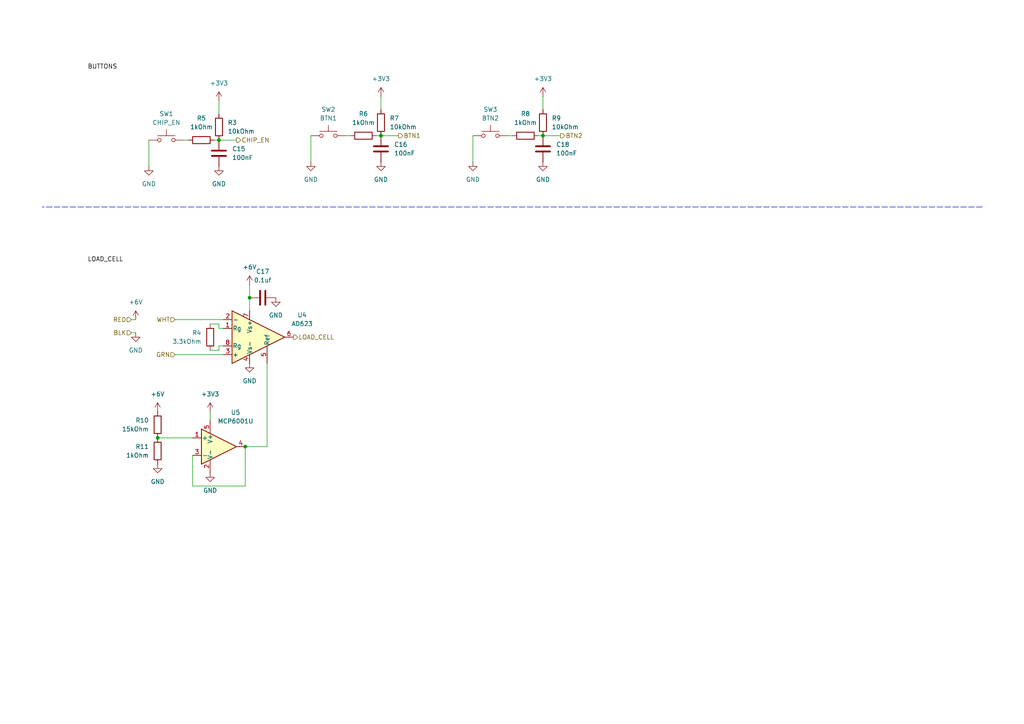
<source format=kicad_sch>
(kicad_sch (version 20250114) (generator "eeschema") (generator_version "9.0")
  (paper "A4")
  (lib_symbols
    (symbol "Amplifier_Instrumentation:AD623" (pin_names (offset 0.127))
      (property "Reference" "U" (at 3.81 7.62 0))
      (property "Value" "AD623" (at 5.08 5.08 0))
      (symbol "AD623_0_1"
        (polyline (pts (xy -7.62 7.62) (xy -7.62 -7.62) (xy 7.62 0) (xy -7.62 7.62)) (stroke (width 0.254)) (fill (type background)))
      )
      (symbol "AD623_1_1"
        (pin input line (at -10.16 5.08 0) (length 2.54) (name "-") (number "2"))
        (pin passive line (at -10.16 2.54 0) (length 2.54) (name "Rg") (number "1"))
        (pin passive line (at -10.16 -2.54 0) (length 2.54) (name "Rg") (number "8"))
        (pin input line (at -10.16 -5.08 0) (length 2.54) (name "+") (number "3"))
        (pin power_in line (at -2.54 7.62 270) (length 2.54) (name "Vs+") (number "7"))
        (pin power_in line (at -2.54 -7.62 90) (length 2.54) (name "Vs-") (number "4"))
        (pin passive line (at 2.54 -7.62 90) (length 5.08) (name "Ref") (number "5"))
        (pin output line (at 10.16 0 180) (length 2.54) (name "~") (number "6"))
      )
    )
    (symbol "Amplifier_Operational:MCP6001U" (pin_names (offset 0.127))
      (property "Reference" "U" (at 0 5.08 0))
      (property "Value" "MCP6001U" (at 0 -5.08 0))
      (symbol "MCP6001U_0_1"
        (polyline (pts (xy -5.08 5.08) (xy 5.08 0) (xy -5.08 -5.08) (xy -5.08 5.08)) (stroke (width 0.254)) (fill (type background)))
        (pin power_in line (at -2.54 7.62 270) (length 3.81) (name "V+") (number "5"))
        (pin power_in line (at -2.54 -7.62 90) (length 3.81) (name "V-") (number "2"))
      )
      (symbol "MCP6001U_1_1"
        (pin input line (at -7.62 2.54 0) (length 2.54) (name "+") (number "1"))
        (pin input line (at -7.62 -2.54 0) (length 2.54) (name "-") (number "3"))
        (pin output line (at 7.62 0 180) (length 2.54) (name "~") (number "4"))
      )
    )
    (symbol "Device:C" (pin_numbers (hide yes)) (pin_names (offset 0.254))
      (property "Reference" "C" (at 0.635 2.54 0))
      (property "Value" "C" (at 0.635 -2.54 0))
      (symbol "C_0_1"
        (polyline (pts (xy -2.032 0.762) (xy 2.032 0.762)) (stroke (width 0.508)))
        (polyline (pts (xy -2.032 -0.762) (xy 2.032 -0.762)) (stroke (width 0.508)))
      )
      (symbol "C_1_1"
        (pin passive line (at 0 3.81 270) (length 2.794) (name "~") (number "1"))
        (pin passive line (at 0 -3.81 90) (length 2.794) (name "~") (number "2"))
      )
    )
    (symbol "Device:R" (pin_numbers (hide yes)) (pin_names (offset 0))
      (property "Reference" "R" (at 2.032 0 90))
      (property "Value" "R" (at 0 0 90))
      (symbol "R_0_1"
        (rectangle (start -1.016 -2.54) (end 1.016 2.54) (stroke (width 0.254)))
      )
      (symbol "R_1_1"
        (pin passive line (at 0 3.81 270) (length 1.27) (name "~") (number "1"))
        (pin passive line (at 0 -3.81 90) (length 1.27) (name "~") (number "2"))
      )
    )
    (symbol "Switch:SW_Omron_B3FS" (pin_numbers (hide yes)) (pin_names (offset 1.016) (hide yes))
      (property "Reference" "SW" (at 1.27 2.54 0))
      (property "Value" "SW_Omron_B3FS" (at 0 -1.524 0))
      (symbol "SW_Omron_B3FS_0_1"
        (circle (center -2.032 0) (radius 0.508))
        (polyline (pts (xy 0 1.27) (xy 0 3.048)))
        (circle (center 2.032 0) (radius 0.508))
        (polyline (pts (xy 2.54 1.27) (xy -2.54 1.27)))
        (pin passive line (at -5.08 0 0) (length 2.54) (name "1") (number "1"))
        (pin passive line (at 5.08 0 180) (length 2.54) (name "2") (number "2"))
      )
    )
    (symbol "power:+3V3" (power) (pin_numbers (hide yes)) (pin_names (offset 0) (hide yes))
      (property "Value" "+3V3" (at 0 3.556 0))
      (symbol "+3V3_0_1"
        (polyline (pts (xy -0.762 1.27) (xy 0 2.54)))
        (polyline (pts (xy 0 2.54) (xy 0.762 1.27)))
        (polyline (pts (xy 0 0) (xy 0 2.54)))
      )
      (symbol "+3V3_1_1"
        (pin power_in line (at 0 0 90) (length 0) (name "~") (number "1"))
      )
    )
    (symbol "power:+6V" (power) (pin_numbers (hide yes)) (pin_names (offset 0) (hide yes))
      (property "Value" "+6V" (at 0 3.556 0))
      (symbol "+6V_0_1"
        (polyline (pts (xy -0.762 1.27) (xy 0 2.54)))
        (polyline (pts (xy 0 2.54) (xy 0.762 1.27)))
        (polyline (pts (xy 0 0) (xy 0 2.54)))
      )
      (symbol "+6V_1_1"
        (pin power_in line (at 0 0 90) (length 0) (name "~") (number "1"))
      )
    )
    (symbol "power:GND" (power) (pin_numbers (hide yes)) (pin_names (offset 0) (hide yes))
      (property "Value" "GND" (at 0 -3.81 0))
      (symbol "GND_0_1"
        (polyline (pts (xy 0 0) (xy 0 -1.27) (xy 1.27 -1.27) (xy 0 -2.54) (xy -1.27 -1.27) (xy 0 -1.27)))
      )
      (symbol "GND_1_1"
        (pin power_in line (at 0 0 270) (length 0) (name "~") (number "1"))
      )
    )
  )
  (junction (at 72.39 86.36))
  (junction (at 110.49 39.37))
  (junction (at 63.5 40.64))
  (junction (at 71.12 129.54))
  (junction (at 45.72 127))
  (junction (at 157.48 39.37))
  (wire (pts (xy 63.5 95.25) (xy 63.5 93.98)))
  (wire (pts (xy 50.8 102.87) (xy 64.77 102.87)))
  (wire (pts (xy 101.6 39.37) (xy 100.33 39.37)))
  (wire (pts (xy 71.12 129.54) (xy 71.12 140.97)))
  (wire (pts (xy 50.8 92.71) (xy 64.77 92.71)))
  (wire (pts (xy 71.12 129.54) (xy 77.47 129.54)))
  (wire (pts (xy 55.88 140.97) (xy 55.88 132.08)))
  (wire (pts (xy 63.5 40.64) (xy 62.23 40.64)))
  (wire (pts (xy 60.96 119.38) (xy 60.96 121.92)))
  (wire (pts (xy 63.5 29.21) (xy 63.5 33.02)))
  (wire (pts (xy 157.48 27.94) (xy 157.48 31.75)))
  (wire (pts (xy 71.12 140.97) (xy 55.88 140.97)))
  (polyline (pts (xy 284.869 60.0399) (xy 12.2315 60.0399)) (stroke (width 0) (type dash)))
  (wire (pts (xy 38.1 92.71) (xy 39.37 92.71)))
  (wire (pts (xy 45.72 127) (xy 55.88 127)))
  (wire (pts (xy 43.18 48.26) (xy 43.18 40.64)))
  (wire (pts (xy 137.16 46.99) (xy 137.16 39.37)))
  (wire (pts (xy 90.17 46.99) (xy 90.17 39.37)))
  (wire (pts (xy 110.49 39.37) (xy 109.22 39.37)))
  (wire (pts (xy 63.5 100.33) (xy 63.5 101.6)))
  (wire (pts (xy 148.59 39.37) (xy 147.32 39.37)))
  (wire (pts (xy 38.1 96.52) (xy 39.37 96.52)))
  (wire (pts (xy 157.48 39.37) (xy 162.56 39.37)))
  (wire (pts (xy 110.49 39.37) (xy 115.57 39.37)))
  (wire (pts (xy 72.39 82.55) (xy 72.39 86.36)))
  (wire (pts (xy 110.49 27.94) (xy 110.49 31.75)))
  (wire (pts (xy 157.48 39.37) (xy 156.21 39.37)))
  (wire (pts (xy 77.47 105.41) (xy 77.47 129.54)))
  (wire (pts (xy 63.5 101.6) (xy 60.96 101.6)))
  (wire (pts (xy 64.77 95.25) (xy 63.5 95.25)))
  (wire (pts (xy 54.61 40.64) (xy 53.34 40.64)))
  (wire (pts (xy 72.39 86.36) (xy 72.39 90.17)))
  (wire (pts (xy 63.5 40.64) (xy 68.58 40.64)))
  (wire (pts (xy 64.77 100.33) (xy 63.5 100.33)))
  (wire (pts (xy 63.5 93.98) (xy 60.96 93.98)))
  (label "LOAD_CELL" (at 25.4 76.2 0))
  (label "BUTTONS" (at 25.4 20.32 0))
  (hierarchical_label "LOAD_CELL" (shape output) (at 85.09 97.79 0))
  (hierarchical_label "GRN" (shape input) (at 50.8 102.87 180))
  (hierarchical_label "BTN2" (shape output) (at 162.56 39.37 0))
  (hierarchical_label "BTN1" (shape output) (at 115.57 39.37 0))
  (hierarchical_label "BLK" (shape input) (at 38.1 96.52 180))
  (hierarchical_label "RED" (shape input) (at 38.1 92.71 180))
  (hierarchical_label "CHIP_EN" (shape output) (at 68.58 40.64 0))
  (hierarchical_label "WHT" (shape input) (at 50.8 92.71 180))
  (symbol (lib_id "power:GND") (at 90.17 46.99 0) (unit 1)
    (property "Reference" "#PWR025" (effects (hide yes)))
    (property "Value" "GND" (at 90.17 52.07 0))
    (property "Description" "Power symbol creates a global label with name \"GND\" , ground" (effects (hide yes)))
  )
  (symbol (lib_id "power:+6V") (at 45.72 119.38 0) (unit 1)
    (property "Reference" "#PWR038" (effects (hide yes)))
    (property "Value" "+6V" (at 45.72 114.3 0))
    (property "Description" "Power symbol creates a global label with name \"+6V\"" (effects (hide yes)))
  )
  (symbol (lib_id "Device:C") (at 110.49 43.18 0) (unit 1)
    (property "Reference" "C16" (at 114.3 41.9099 0) (effects (justify left)))
    (property "Value" "100nF" (at 114.3 44.4499 0) (effects (justify left)))
    (property "Footprint" "Capacitor_SMD:C_0805_2012Metric_Pad1.18x1.45mm_HandSolder" (effects (hide yes)))
    (property "Description" "Unpolarized capacitor" (effects (hide yes)))
  )
  (symbol (lib_id "Device:R") (at 105.41 39.37 270) (unit 1)
    (property "Reference" "R6" (at 105.41 33.02 90))
    (property "Value" "1kOhm" (at 105.41 35.56 90))
    (property "Footprint" "Resistor_SMD:R_0402_1005Metric_Pad0.72x0.64mm_HandSolder" (effects (hide yes)))
    (property "Description" "Resistor" (effects (hide yes)))
  )
  (symbol (lib_id "Device:R") (at 152.4 39.37 270) (unit 1)
    (property "Reference" "R8" (at 152.4 33.02 90))
    (property "Value" "1kOhm" (at 152.4 35.56 90))
    (property "Footprint" "Resistor_SMD:R_0402_1005Metric_Pad0.72x0.64mm_HandSolder" (effects (hide yes)))
    (property "Description" "Resistor" (effects (hide yes)))
  )
  (symbol (lib_id "Device:R") (at 157.48 35.56 180) (unit 1)
    (property "Reference" "R9" (at 160.02 34.2899 0) (effects (justify right)))
    (property "Value" "10kOhm" (at 160.02 36.8299 0) (effects (justify right)))
    (property "Footprint" "Resistor_SMD:R_0402_1005Metric_Pad0.72x0.64mm_HandSolder" (effects (hide yes)))
    (property "Description" "Resistor" (effects (hide yes)))
  )
  (symbol (lib_id "Amplifier_Instrumentation:AD623") (at 74.93 97.79 0) (unit 1)
    (property "Reference" "U4" (at 87.63 91.3698 0))
    (property "Value" "AD623" (at 87.63 93.9098 0))
    (property "Footprint" "Package_SO:SOIC-8_3.9x4.9mm_P1.27mm" (effects (hide yes)))
    (property "Datasheet" "https://www.analog.com/media/en/technical-documentation/data-sheets/AD623.pdf" (effects (hide yes)))
    (property "Description" "Single Rail-to-Rail, Low Cost Instrumentation Amplifier, DIP-8/SOIC-8/MSOP-8" (effects (hide yes)))
  )
  (symbol (lib_id "Device:C") (at 63.5 44.45 0) (unit 1)
    (property "Reference" "C15" (at 67.31 43.1799 0) (effects (justify left)))
    (property "Value" "100nF" (at 67.31 45.7199 0) (effects (justify left)))
    (property "Footprint" "Capacitor_SMD:C_0805_2012Metric_Pad1.18x1.45mm_HandSolder" (effects (hide yes)))
    (property "Description" "Unpolarized capacitor" (effects (hide yes)))
  )
  (symbol (lib_id "Device:C") (at 157.48 43.18 0) (unit 1)
    (property "Reference" "C18" (at 161.29 41.9099 0) (effects (justify left)))
    (property "Value" "100nF" (at 161.29 44.4499 0) (effects (justify left)))
    (property "Footprint" "Capacitor_SMD:C_0805_2012Metric_Pad1.18x1.45mm_HandSolder" (effects (hide yes)))
    (property "Description" "Unpolarized capacitor" (effects (hide yes)))
  )
  (symbol (lib_id "power:GND") (at 80.01 86.36 0) (unit 1)
    (property "Reference" "#PWR030" (effects (hide yes)))
    (property "Value" "GND" (at 80.01 91.44 0))
    (property "Description" "Power symbol creates a global label with name \"GND\" , ground" (effects (hide yes)))
  )
  (symbol (lib_id "power:GND") (at 60.96 137.16 0) (unit 1)
    (property "Reference" "#PWR035" (effects (hide yes)))
    (property "Value" "GND" (at 60.96 142.24 0))
    (property "Description" "Power symbol creates a global label with name \"GND\" , ground" (effects (hide yes)))
  )
  (symbol (lib_id "power:GND") (at 72.39 105.41 0) (unit 1)
    (property "Reference" "#PWR027" (effects (hide yes)))
    (property "Value" "GND" (at 72.39 110.49 0))
    (property "Description" "Power symbol creates a global label with name \"GND\" , ground" (effects (hide yes)))
  )
  (symbol (lib_id "Amplifier_Operational:MCP6001U") (at 63.5 129.54 0) (unit 1)
    (property "Reference" "U5" (at 68.326 119.634 0))
    (property "Value" "MCP6001U" (at 68.326 122.174 0))
    (property "Datasheet" "https://ww1.microchip.com/downloads/en/DeviceDoc/MCP6001-1R-1U-2-4-1-MHz-Low-Power-Op-Amp-DS20001733L.pdf" (effects (hide yes)))
    (property "Description" "1MHz, Low-Power Op Amp, SOT-23-5" (effects (hide yes)))
  )
  (symbol (lib_id "power:+6V") (at 39.37 92.71 0) (unit 1)
    (property "Reference" "#PWR039" (effects (hide yes)))
    (property "Value" "+6V" (at 39.37 87.63 0))
    (property "Description" "Power symbol creates a global label with name \"+6V\"" (effects (hide yes)))
  )
  (symbol (lib_id "power:+6V") (at 72.39 82.55 0) (unit 1)
    (property "Reference" "#PWR029" (effects (hide yes)))
    (property "Value" "+6V" (at 72.39 77.47 0))
    (property "Description" "Power symbol creates a global label with name \"+6V\"" (effects (hide yes)))
  )
  (symbol (lib_id "power:+3V3") (at 110.49 27.94 0) (unit 1)
    (property "Reference" "#PWR026" (effects (hide yes)))
    (property "Value" "+3V3" (at 110.49 22.86 0))
    (property "Description" "Power symbol creates a global label with name \"+3V3\"" (effects (hide yes)))
  )
  (symbol (lib_id "Device:R") (at 63.5 36.83 180) (unit 1)
    (property "Reference" "R3" (at 66.04 35.5599 0) (effects (justify right)))
    (property "Value" "10kOhm" (at 66.04 38.0999 0) (effects (justify right)))
    (property "Footprint" "Resistor_SMD:R_0402_1005Metric_Pad0.72x0.64mm_HandSolder" (effects (hide yes)))
    (property "Description" "Resistor" (effects (hide yes)))
  )
  (symbol (lib_id "Switch:SW_Omron_B3FS") (at 48.26 40.64 0) (unit 1)
    (property "Reference" "SW1" (at 48.26 33.02 0))
    (property "Value" "CHIP_EN" (at 48.26 35.56 0))
    (property "Footprint" "Button_Switch_SMD:SW_SPST_Omron_B3FS-100xP" (effects (hide yes)))
    (property "Datasheet" "https://omronfs.omron.com/en_US/ecb/products/pdf/en-b3fs.pdf" (effects (hide yes)))
    (property "Description" "Omron B3FS 6x6mm single pole normally-open tactile switch" (effects (hide yes)))
  )
  (symbol (lib_id "power:+3V3") (at 63.5 29.21 0) (unit 1)
    (property "Reference" "#PWR023" (effects (hide yes)))
    (property "Value" "+3V3" (at 63.5 24.13 0))
    (property "Description" "Power symbol creates a global label with name \"+3V3\"" (effects (hide yes)))
  )
  (symbol (lib_id "Device:R") (at 110.49 35.56 180) (unit 1)
    (property "Reference" "R7" (at 113.03 34.2899 0) (effects (justify right)))
    (property "Value" "10kOhm" (at 113.03 36.8299 0) (effects (justify right)))
    (property "Footprint" "Resistor_SMD:R_0402_1005Metric_Pad0.72x0.64mm_HandSolder" (effects (hide yes)))
    (property "Description" "Resistor" (effects (hide yes)))
  )
  (symbol (lib_id "power:GND") (at 39.37 96.52 0) (unit 1)
    (property "Reference" "#PWR028" (effects (hide yes)))
    (property "Value" "GND" (at 39.37 101.6 0))
    (property "Description" "Power symbol creates a global label with name \"GND\" , ground" (effects (hide yes)))
  )
  (symbol (lib_id "Device:R") (at 45.72 123.19 0) (mirror x) (unit 1)
    (property "Reference" "R10" (at 43.18 121.9199 0) (effects (justify right)))
    (property "Value" "15kOhm" (at 43.18 124.4599 0) (effects (justify right)))
    (property "Footprint" "Resistor_SMD:R_0402_1005Metric_Pad0.72x0.64mm_HandSolder" (effects (hide yes)))
    (property "Description" "Resistor" (effects (hide yes)))
  )
  (symbol (lib_id "power:GND") (at 43.18 48.26 0) (unit 1)
    (property "Reference" "#PWR024" (effects (hide yes)))
    (property "Value" "GND" (at 43.18 53.34 0))
    (property "Description" "Power symbol creates a global label with name \"GND\" , ground" (effects (hide yes)))
  )
  (symbol (lib_id "Device:R") (at 60.96 97.79 0) (mirror x) (unit 1)
    (property "Reference" "R4" (at 58.42 96.5199 0) (effects (justify right)))
    (property "Value" "3.3kOhm" (at 58.42 99.0599 0) (effects (justify right)))
    (property "Footprint" "Resistor_SMD:R_0402_1005Metric_Pad0.72x0.64mm_HandSolder" (effects (hide yes)))
    (property "Description" "Resistor" (effects (hide yes)))
  )
  (symbol (lib_id "power:GND") (at 45.72 134.62 0) (unit 1)
    (property "Reference" "#PWR037" (effects (hide yes)))
    (property "Value" "GND" (at 45.72 139.7 0))
    (property "Description" "Power symbol creates a global label with name \"GND\" , ground" (effects (hide yes)))
  )
  (symbol (lib_id "power:+3V3") (at 157.48 27.94 0) (unit 1)
    (property "Reference" "#PWR033" (effects (hide yes)))
    (property "Value" "+3V3" (at 157.48 22.86 0))
    (property "Description" "Power symbol creates a global label with name \"+3V3\"" (effects (hide yes)))
  )
  (symbol (lib_id "power:+3V3") (at 60.96 119.38 0) (unit 1)
    (property "Reference" "#PWR036" (effects (hide yes)))
    (property "Value" "+3V3" (at 60.96 114.3 0))
    (property "Description" "Power symbol creates a global label with name \"+3V3\"" (effects (hide yes)))
  )
  (symbol (lib_id "Device:R") (at 45.72 130.81 0) (mirror x) (unit 1)
    (property "Reference" "R11" (at 43.18 129.5399 0) (effects (justify right)))
    (property "Value" "1kOhm" (at 43.18 132.0799 0) (effects (justify right)))
    (property "Footprint" "Resistor_SMD:R_0402_1005Metric_Pad0.72x0.64mm_HandSolder" (effects (hide yes)))
    (property "Description" "Resistor" (effects (hide yes)))
  )
  (symbol (lib_id "Device:C") (at 76.2 86.36 90) (unit 1)
    (property "Reference" "C17" (at 76.2 78.74 90))
    (property "Value" "0.1uf" (at 76.2 81.28 90))
    (property "Footprint" "Capacitor_SMD:C_0402_1005Metric_Pad0.74x0.62mm_HandSolder" (effects (hide yes)))
    (property "Description" "Unpolarized capacitor" (effects (hide yes)))
  )
  (symbol (lib_id "power:GND") (at 137.16 46.99 0) (unit 1)
    (property "Reference" "#PWR032" (effects (hide yes)))
    (property "Value" "GND" (at 137.16 52.07 0))
    (property "Description" "Power symbol creates a global label with name \"GND\" , ground" (effects (hide yes)))
  )
  (symbol (lib_id "power:GND") (at 63.5 48.26 0) (unit 1)
    (property "Reference" "#PWR022" (effects (hide yes)))
    (property "Value" "GND" (at 63.5 53.34 0))
    (property "Description" "Power symbol creates a global label with name \"GND\" , ground" (effects (hide yes)))
  )
  (symbol (lib_id "Switch:SW_Omron_B3FS") (at 95.25 39.37 0) (unit 1)
    (property "Reference" "SW2" (at 95.25 31.75 0))
    (property "Value" "BTN1" (at 95.25 34.29 0))
    (property "Footprint" "Button_Switch_SMD:SW_SPST_Omron_B3FS-100xP" (effects (hide yes)))
    (property "Datasheet" "https://omronfs.omron.com/en_US/ecb/products/pdf/en-b3fs.pdf" (effects (hide yes)))
    (property "Description" "Omron B3FS 6x6mm single pole normally-open tactile switch" (effects (hide yes)))
  )
  (symbol (lib_id "power:GND") (at 157.48 46.99 0) (unit 1)
    (property "Reference" "#PWR034" (effects (hide yes)))
    (property "Value" "GND" (at 157.48 52.07 0))
    (property "Description" "Power symbol creates a global label with name \"GND\" , ground" (effects (hide yes)))
  )
  (symbol (lib_id "Device:R") (at 58.42 40.64 270) (unit 1)
    (property "Reference" "R5" (at 58.42 34.29 90))
    (property "Value" "1kOhm" (at 58.42 36.83 90))
    (property "Footprint" "Resistor_SMD:R_0402_1005Metric_Pad0.72x0.64mm_HandSolder" (effects (hide yes)))
    (property "Description" "Resistor" (effects (hide yes)))
  )
  (symbol (lib_id "power:GND") (at 110.49 46.99 0) (unit 1)
    (property "Reference" "#PWR031" (effects (hide yes)))
    (property "Value" "GND" (at 110.49 52.07 0))
    (property "Description" "Power symbol creates a global label with name \"GND\" , ground" (effects (hide yes)))
  )
  (symbol (lib_id "Switch:SW_Omron_B3FS") (at 142.24 39.37 0) (unit 1)
    (property "Reference" "SW3" (at 142.24 31.75 0))
    (property "Value" "BTN2" (at 142.24 34.29 0))
    (property "Footprint" "Button_Switch_SMD:SW_SPST_Omron_B3FS-100xP" (effects (hide yes)))
    (property "Datasheet" "https://omronfs.omron.com/en_US/ecb/products/pdf/en-b3fs.pdf" (effects (hide yes)))
    (property "Description" "Omron B3FS 6x6mm single pole normally-open tactile switch" (effects (hide yes)))
  )
)
</source>
